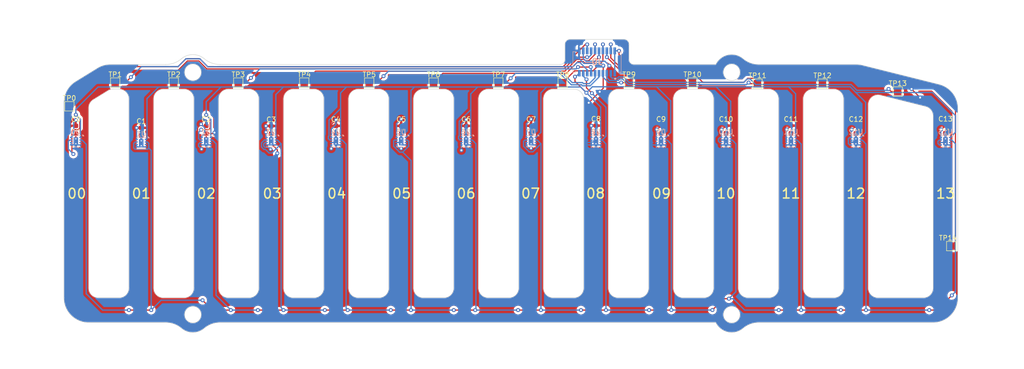
<source format=kicad_pcb>
(kicad_pcb
	(version 20240108)
	(generator "pcbnew")
	(generator_version "8.0")
	(general
		(thickness 1.6)
		(legacy_teardrops no)
	)
	(paper "A4")
	(layers
		(0 "F.Cu" signal)
		(31 "B.Cu" signal)
		(32 "B.Adhes" user "B.Adhesive")
		(33 "F.Adhes" user "F.Adhesive")
		(34 "B.Paste" user)
		(35 "F.Paste" user)
		(36 "B.SilkS" user "B.Silkscreen")
		(37 "F.SilkS" user "F.Silkscreen")
		(38 "B.Mask" user)
		(39 "F.Mask" user)
		(40 "Dwgs.User" user "User.Drawings")
		(41 "Cmts.User" user "User.Comments")
		(42 "Eco1.User" user "User.Eco1")
		(43 "Eco2.User" user "User.Eco2")
		(44 "Edge.Cuts" user)
		(45 "Margin" user)
		(46 "B.CrtYd" user "B.Courtyard")
		(47 "F.CrtYd" user "F.Courtyard")
		(48 "B.Fab" user)
		(49 "F.Fab" user)
		(50 "User.1" user)
		(51 "User.2" user)
		(52 "User.3" user)
		(53 "User.4" user)
		(54 "User.5" user)
		(55 "User.6" user)
		(56 "User.7" user)
		(57 "User.8" user)
		(58 "User.9" user)
	)
	(setup
		(stackup
			(layer "F.SilkS"
				(type "Top Silk Screen")
			)
			(layer "F.Paste"
				(type "Top Solder Paste")
			)
			(layer "F.Mask"
				(type "Top Solder Mask")
				(thickness 0.01)
			)
			(layer "F.Cu"
				(type "copper")
				(thickness 0.035)
			)
			(layer "dielectric 1"
				(type "core")
				(thickness 1.51)
				(material "FR4")
				(epsilon_r 4.5)
				(loss_tangent 0.02)
			)
			(layer "B.Cu"
				(type "copper")
				(thickness 0.035)
			)
			(layer "B.Mask"
				(type "Bottom Solder Mask")
				(thickness 0.01)
			)
			(layer "B.Paste"
				(type "Bottom Solder Paste")
			)
			(layer "B.SilkS"
				(type "Bottom Silk Screen")
			)
			(copper_finish "None")
			(dielectric_constraints no)
		)
		(pad_to_mask_clearance 0)
		(allow_soldermask_bridges_in_footprints no)
		(pcbplotparams
			(layerselection 0x00010fc_ffffffff)
			(plot_on_all_layers_selection 0x0000000_00000000)
			(disableapertmacros no)
			(usegerberextensions no)
			(usegerberattributes yes)
			(usegerberadvancedattributes yes)
			(creategerberjobfile yes)
			(dashed_line_dash_ratio 12.000000)
			(dashed_line_gap_ratio 3.000000)
			(svgprecision 4)
			(plotframeref no)
			(viasonmask no)
			(mode 1)
			(useauxorigin no)
			(hpglpennumber 1)
			(hpglpenspeed 20)
			(hpglpendiameter 15.000000)
			(pdf_front_fp_property_popups yes)
			(pdf_back_fp_property_popups yes)
			(dxfpolygonmode yes)
			(dxfimperialunits yes)
			(dxfusepcbnewfont yes)
			(psnegative no)
			(psa4output no)
			(plotreference yes)
			(plotvalue yes)
			(plotfptext yes)
			(plotinvisibletext no)
			(sketchpadsonfab no)
			(subtractmaskfromsilk no)
			(outputformat 1)
			(mirror no)
			(drillshape 1)
			(scaleselection 1)
			(outputdirectory "")
		)
	)
	(net 0 "")
	(net 1 "GND")
	(net 2 "unconnected-(U3-ALERT-Pad3)")
	(net 3 "/SDA")
	(net 4 "+3V3")
	(net 5 "/SCL")
	(net 6 "unconnected-(U6-ALERT-Pad3)")
	(net 7 "unconnected-(U7-ALERT-Pad3)")
	(net 8 "unconnected-(U1-ALERT-Pad3)")
	(net 9 "unconnected-(U2-ALERT-Pad3)")
	(net 10 "unconnected-(U4-ALERT-Pad3)")
	(net 11 "unconnected-(U5-ALERT-Pad3)")
	(net 12 "unconnected-(U8-ALERT-Pad3)")
	(net 13 "unconnected-(U9-ALERT-Pad3)")
	(net 14 "unconnected-(U10-ALERT-Pad3)")
	(net 15 "unconnected-(U11-ALERT-Pad3)")
	(net 16 "unconnected-(U12-ALERT-Pad3)")
	(net 17 "unconnected-(U13-ALERT-Pad3)")
	(net 18 "Net-(J0-Pin_13)")
	(net 19 "Net-(J0-Pin_8)")
	(net 20 "Net-(J0-Pin_5)")
	(net 21 "Net-(J0-Pin_7)")
	(net 22 "Net-(J0-Pin_1)")
	(net 23 "Net-(J0-Pin_16)")
	(net 24 "Net-(J0-Pin_12)")
	(net 25 "Net-(J0-Pin_9)")
	(net 26 "Net-(J0-Pin_11)")
	(net 27 "Net-(J0-Pin_10)")
	(net 28 "Net-(J0-Pin_14)")
	(net 29 "Net-(J0-Pin_4)")
	(net 30 "Net-(J0-Pin_3)")
	(net 31 "Net-(J0-Pin_6)")
	(net 32 "Net-(J0-Pin_15)")
	(net 33 "unconnected-(U0-ALERT-Pad3)")
	(footprint "Capacitor_SMD:C_0603_1608Metric" (layer "F.Cu") (at 65.41 86.35 -90))
	(footprint "Capacitor_SMD:C_0603_1608Metric" (layer "F.Cu") (at 91.9 86.35 -90))
	(footprint "Capacitor_SMD:C_0603_1608Metric" (layer "F.Cu") (at 144.7 86.35 -90))
	(footprint "TestPoint:TestPoint_Pad_1.5x1.5mm" (layer "F.Cu") (at 73.4 76.78))
	(footprint "Capacitor_SMD:C_0603_1608Metric" (layer "F.Cu") (at 131.51 86.35 -90))
	(footprint "Capacitor_SMD:C_0603_1608Metric" (layer "F.Cu") (at 105.1 86.375 -90))
	(footprint "TestPoint:TestPoint_Pad_1.5x1.5mm" (layer "F.Cu") (at 125.01 76.79))
	(footprint "Capacitor_SMD:C_0603_1608Metric" (layer "F.Cu") (at 118.25 86.35 -90))
	(footprint "Capacitor_SMD:C_0603_1608Metric" (layer "F.Cu") (at 242.0975 86.2725 -90))
	(footprint "TestPoint:TestPoint_Pad_1.5x1.5mm" (layer "F.Cu") (at 190.7 76.78))
	(footprint "TestPoint:TestPoint_Pad_1.5x1.5mm" (layer "F.Cu") (at 111.81 76.78))
	(footprint "TestPoint:TestPoint_Pad_1.5x1.5mm" (layer "F.Cu") (at 164.33 76.8))
	(footprint "Capacitor_SMD:C_0603_1608Metric" (layer "F.Cu") (at 197.51 86.3 -90))
	(footprint "Capacitor_SMD:C_0603_1608Metric" (layer "F.Cu") (at 184.3 86.3 -90))
	(footprint "TestPoint:TestPoint_Pad_1.5x1.5mm" (layer "F.Cu") (at 85.3 76.78))
	(footprint "TestPoint:TestPoint_Pad_1.5x1.5mm" (layer "F.Cu") (at 98.41 76.78))
	(footprint "TestPoint:TestPoint_Pad_1.5x1.5mm" (layer "F.Cu") (at 64.1 81.6))
	(footprint "TestPoint:TestPoint_Pad_1.5x1.5mm" (layer "F.Cu") (at 138.1 76.79))
	(footprint "TestPoint:TestPoint_Pad_1.5x1.5mm" (layer "F.Cu") (at 217.1 77))
	(footprint "Capacitor_SMD:C_0603_1608Metric" (layer "F.Cu") (at 78.7 86.75 -90))
	(footprint "TestPoint:TestPoint_Pad_1.5x1.5mm" (layer "F.Cu") (at 203.9 77))
	(footprint "TestPoint:TestPoint_Pad_1.5x1.5mm" (layer "F.Cu") (at 151.26 76.78))
	(footprint "Capacitor_SMD:C_0603_1608Metric" (layer "F.Cu") (at 171.09 86.3 -90))
	(footprint "TestPoint:TestPoint_Pad_1.5x1.5mm" (layer "F.Cu") (at 177.8 76.79))
	(footprint "TestPoint:TestPoint_Pad_1.5x1.5mm" (layer "F.Cu") (at 243.27 110))
	(footprint "TestPoint:TestPoint_Pad_1.5x1.5mm" (layer "F.Cu") (at 232.4 78.6))
	(footprint "Capacitor_SMD:C_0603_1608Metric" (layer "F.Cu") (at 210.695 86.3 -90))
	(footprint "Capacitor_SMD:C_0603_1608Metric" (layer "F.Cu") (at 223.9 86.32783 -90))
	(footprint "Capacitor_SMD:C_0603_1608Metric" (layer "F.Cu") (at 157.9 86.325 -90))
	(footprint "Package_SON:WSON-8-1EP_2x2mm_P0.5mm_EP0.9x1.6mm_ThermalVias" (layer "B.Cu") (at 242.0975 88.6975 180))
	(footprint "Package_SON:WSON-8-1EP_2x2mm_P0.5mm_EP0.9x1.6mm_ThermalVias" (layer "B.Cu") (at 210.695 88.7 180))
	(footprint "Package_SON:WSON-8-1EP_2x2mm_P0.5mm_EP0.9x1.6mm_ThermalVias" (layer "B.Cu") (at 118.25 88.7 180))
	(footprint "Package_SON:WSON-8-1EP_2x2mm_P0.5mm_EP0.9x1.6mm_ThermalVias" (layer "B.Cu") (at 105.1 88.7 180))
	(footprint "MV_Abnehmerplatine:533092070" (layer "B.Cu") (at 171.3 72.6))
	(footprint "Package_SON:WSON-8-1EP_2x2mm_P0.5mm_EP0.9x1.6mm_ThermalVias" (layer "B.Cu") (at 144.7 88.7 180))
	(footprint "Package_SON:WSON-8-1EP_2x2mm_P0.5mm_EP0.9x1.6mm_ThermalVias" (layer "B.Cu") (at 184.3 88.7 180))
	(footprint "Package_SON:WSON-8-1EP_2x2mm_P0.5mm_EP0.9x1.6mm_ThermalVias" (layer "B.Cu") (at 223.9 88.70283 180))
	(footprint "Package_SON:WSON-8-1EP_2x2mm_P0.5mm_EP0.9x1.6mm_ThermalVias" (layer "B.Cu") (at 157.9 88.7 180))
	(footprint "Package_SON:WSON-8-1EP_2x2mm_P0.5mm_EP0.9x1.6mm_ThermalVias" (layer "B.Cu") (at 131.51 88.7 180))
	(footprint "Package_SON:WSON-8-1EP_2x2mm_P0.5mm_EP0.9x1.6mm_ThermalVias" (layer "B.Cu") (at 78.7 89.1 180))
	(footprint "Package_SON:WSON-8-1EP_2x2mm_P0.5mm_EP0.9x1.6mm_ThermalVias"
		(layer "B.Cu")
		(uuid "bc99cb69-52d8-4735-b129-657ba5f5a6c1")
		(at 65.41 88.7 180)
		(descr "8-Lead Plastic WSON, 2x2mm Body, 0.5mm Pitch, WSON-8, http://www.ti.com/lit/ds/symlink/lm27761.pdf")
		(tags "WSON 8 1EP ThermalVias")
		(property "Reference" "U0"
			(at 0.0075 1.9 180)
			(layer "B.SilkS")
			(uuid "6b65e796-1b13-42b0-91fc-988b17cca95a")
			(effects
				(font
					(size 1 1)
					(thickness 0.15)
				)
				(justify mirror)
			)
		)
		(property "Value" "TMP1075DSG"
			(at 0.01 -2.14 180)
			(layer "B.Fab")
			(uuid "e3db4b3e-54b0-4c1e-8217-fda1b6491dd7")
			(effects
				(font
					(size 1 1)
					(thickness 0.15)
				)
				(justify mirror)
			)
		)
		(property "Footprint" "Package_SON:WSON-8-1EP_2x2mm_P0.5mm_EP0.9x1.6mm_ThermalVias"
			(at 0 0 0)
			(unlocked yes)
			(layer "B.Fab")
			(hide yes)
			(uuid "b436418e-0b92-43e7-95c9-6a472317b870")
			(effects
				(font
					(size 1.27 1.27)
				)
				(justify mirror)
			)
		)
		(property "Datasheet" "https://www.ti.com/lit/gpn/tmp1075"
			(at 0 0 0)
			(unlocked yes)
			(layer "B.Fab")
			(hide yes)
			(uuid "eded17bb-3a70-4b47-a14b-a18e8dcbc1f0")
			(effects
				(font
					(size 1.27 1.27)
				)
				(justify mirror)
			)
		)
		(property "Description" ""
			(at 0 0 0)
			(unlocked yes)
			(layer "B.Fab")
			(hide yes)
			(uuid "6a1d0a3c-98cd-42b0-a61d-ead694c941f1")
			(effects
				(font
					(size 1.27 1.27)
				)
				(justify mirror)
			)
		)
		(property ki_fp_filters "WSON*1EP*2x2mm*P0.5mm*")
		(path "/370bf119-7991-47bc-850d-7c2a530976ed")
		(sheetname "Root")
		(sheetfile "MV_Abnehmerplatine.kicad_sch")
		(attr smd)
		(fp_line
			(start 1 -1.14)
			(end -1 -1.14)
			(stroke
				(width 0.12)
				(type solid)
			)
			(layer "B.SilkS")
			(uuid "ba82c6a1-94d9-46ec-bad4-34f764ab26da")
		)
		(fp_line
			(start 0.99 1.14)
			(end -1.01 1.14)
			(stroke
				(width 0.12)
				(type solid)
			)
			(layer "B.SilkS")
			(uuid "d1c42c8e-36f0-4f9d-9762-906d7779cf76")
		)
		(fp_poly
			(pts
				(xy -1.37 1.07) (xy -1.65 1.07) (xy -1.37 1.35) (xy -1.37 1.07)
			)
			(stroke
				(width 0.12)
				(type solid)
			)
			(fill solid)
			(layer "B.SilkS")
			(uuid "87a40e1b-7d71-44f9-bb18-6f0942c87780")
		)
		(fp_line
			(start 1.6 1.25)
			(end -1.6 1.25)
			(stroke
				(width 0.05)
				(type solid)
			)
			(layer "B.CrtYd")
			(uuid "b51c8d5f-9fc6-4a38-89ea-2c5dab57e99f")
		)
		(fp_line
			(start 1.6 -1.25)
			(end 1.6 1.25)
			(stroke
				(width 0.05)
				(type solid)
			)
			(layer "B.CrtYd")
			(uuid "3edb351f-ae03-45e6-a85b-c19274b0060f")
		)
		(fp_line
			(start 1.6 -1.25)
			(end -1.6 -1.25)
			(stroke
				(width 0.05)
				(type solid)
			)
			(layer "B.CrtYd")
			(uuid "67e78579-e963-4e57-a68b-81751edd3583")
		)
		(fp_line
			(start -1.6 -1.25)
			(end -1.6 1.25)
			(stroke
				(width 0.05)
				(type solid)
			)
			(layer "B.CrtYd")
			(uuid "de0b1d67-3409-49b2-b6cb-f6c1d3513d21")
		)
		(fp_line
			(start 1 1)
			(end -0.5 1)
			(stroke
				(width 0.1)
				(type solid)
			)
			(layer "B.Fab")
			(uuid "df3529f7-167a-4411-a1eb-b7da8105b80c")
		)
		(fp_line
			(start 1 -1)
			(end 1 1)
			(stroke
				(width 0.1)
				(type solid)
			)
			(layer "B.Fab")
			(uuid "f84a423b-052e-49dd-9cc6-a9da88108ae8")
		)
		(fp_line
			(start -1 0.5)
			(end -0.5 1)
			(stroke
				(width 0.1)
				(type solid)
			)
			(layer "B.Fab")
			(uuid "003bf31e-ecb0-4b4c-9f9e-94693f84f34b")
		)
		(fp_line
			(start -1 0.5)
			(end -1 -1)
			(stroke
				(width 0.1)
				(type solid)
			)
			(layer "B.Fab")
			(uuid "96ae76b6-9134-499c-a5f3-d74c796a7f6d")
		)
		(fp_line
			(start -1 -1)
			(end 1 -1)
			(stroke
				(width 0.1)
				(type solid)
			)
			(layer "B.Fab")
			(uuid "ac7628ca-b384-4db3-bed5-78b81ee11b06")
		)
		(fp_text user "${REFERENCE}"
			(at 0 0 180)
			(layer "B.Fab")
			(uuid "18ea70ef-61fa-4bab-b6aa-8d26ea85b8c4")
			(effects
				(font
					(size 0.7 0.7)
					(thickness 0.1)
				)
				(justify mirror)
			)
		)
		(pad "" smd rect
			(at 0 -0.4 180)
			(size 0.75 0.65)
			(layers "B.Paste")
			(uuid "4a3d18eb-8e94-4889-8ca8-bd1a73b4a52f")
		)
		(pad "" smd rect
			(at 0 0.4 180)
			(size 0.75 0.65)
			(layers "B.Paste")
			(uuid "3335ef1b-5da8-4c41-9694-90bc7890471a")
		)
		(pad "1" smd roundrect
			(at -0.95 0.75 180)
			(size 0.5 0.25)
			(layers "B.Cu" "B.Paste" "B.Mask")
			(roundrect_rratio 0.25)
			(net 3 "/SDA")
			(pinfunction "SDA")
			(pintype "bidirectional")
			(uuid "99cada5e-108a-4206-a8bb-a40e41ddbe18")
		)
		(pad "2" smd roundrect
			(at -0.95 0.25 180)
			(size 0.5 0.25)
			(layers "B.Cu" "B.Paste" "B.Mask")
			(roundrect_rratio 0.25)
			(net 5 "/SCL")
			(pinfunction "SCL")
			(pintype "input")
			(uuid "0895fc9c-ffb2-4120-a4e6-2626fbf698fc")
		)
		(pad "3" smd roundrect
			(at -0.95 -0.25 180)
			(size 0.5 0.25)
			(layers "B.Cu" "B.Paste" "B.Mask")
			(roundrect_rratio 0.25)
			(net 33 "unconnected-(U0-ALERT-Pad3)")
			(pinfunction "ALERT")
			(pintype "open_collector+no_connect")
			(uuid "8043dff1-864a-4c5e-86df-
... [510818 chars truncated]
</source>
